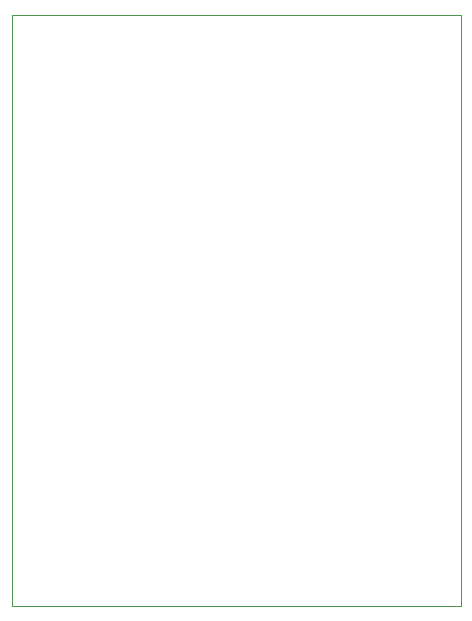
<source format=gbr>
%TF.GenerationSoftware,KiCad,Pcbnew,8.0.3*%
%TF.CreationDate,2024-12-07T23:26:37-06:00*%
%TF.ProjectId,CAN Over Ethernet,43414e20-4f76-4657-9220-45746865726e,rev?*%
%TF.SameCoordinates,Original*%
%TF.FileFunction,Profile,NP*%
%FSLAX46Y46*%
G04 Gerber Fmt 4.6, Leading zero omitted, Abs format (unit mm)*
G04 Created by KiCad (PCBNEW 8.0.3) date 2024-12-07 23:26:37*
%MOMM*%
%LPD*%
G01*
G04 APERTURE LIST*
%TA.AperFunction,Profile*%
%ADD10C,0.100000*%
%TD*%
G04 APERTURE END LIST*
D10*
X76800000Y-42500000D02*
X114800000Y-42500000D01*
X114800000Y-92500000D01*
X76800000Y-92500000D01*
X76800000Y-42500000D01*
M02*

</source>
